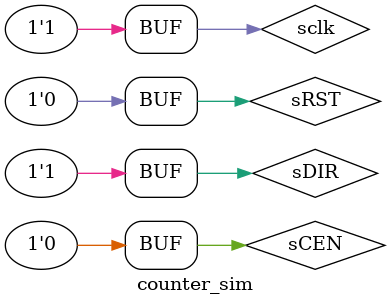
<source format=sv>
`timescale 1ns / 1ps


module counter_sim();
logic sCEN,sRST,sDIR,sclk;
logic [3:0]scounter;

counter UUT(
.CEN(sCEN),.RST(sRST),.DIR(sDIR),
.clk(sclk),.counter(scounter));

initial begin
sclk=0;
#10;
sRST=1;
sclk=1;
sCEN=1;
sDIR=0;
#10;
sRST=1;
sCEN=1;
sDIR=0;
sclk=0;
#10;
sRST=0;
sclk=1;
#10;
sclk=0;
#10;
sclk=1;
#10;
sclk=0;
#10;
sclk=1;
#10;
sRST=1;
sclk=0;
sCEN=1;
sDIR=1;
#10;
sclk=1;
#10;
sRST=0;
sclk=0;
#10;
sclk=1;
#10;
sclk=0;
#10;
sclk=1;
#10;
sclk=0;
#10;
sclk=1;
#10;
sclk=0;
#10;
sclk=1;
#10;
sCEN=1;
sclk=0;
#10;
sclk=1;
#10;
sclk=0;
#10;
sclk=1;
#10;
sclk=0;
sCEN=0;
#10;
sclk=1;
#10;
sclk=0;
#10;
sclk=1;
#10;
end

endmodule

</source>
